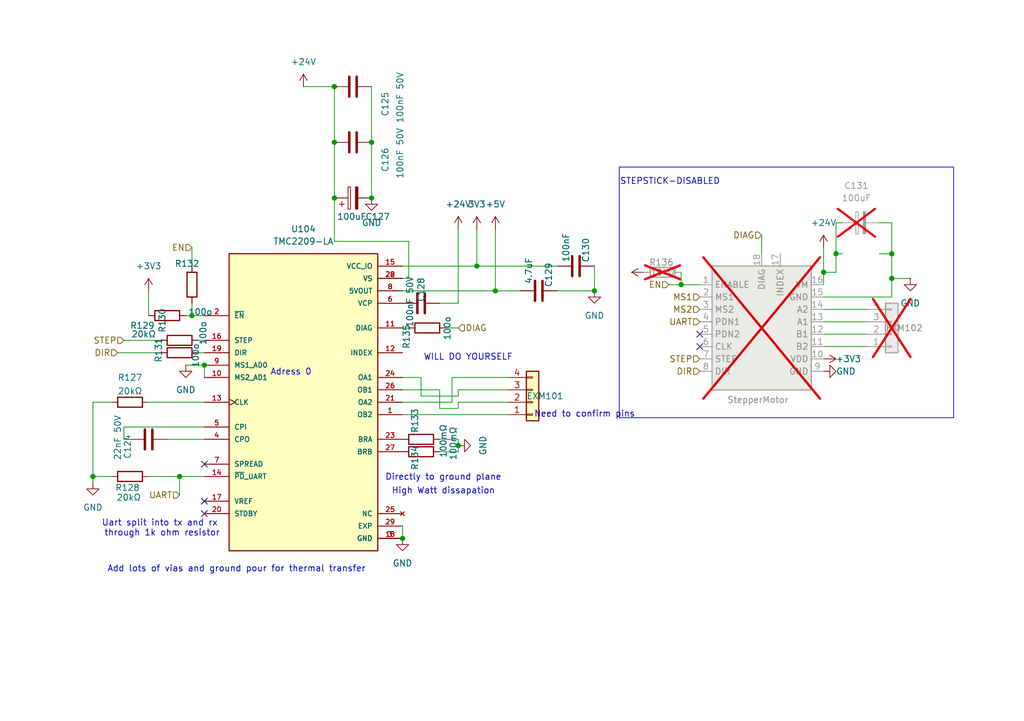
<source format=kicad_sch>
(kicad_sch (version 20250114) (generator "eeschema") (generator_version "9.0")
  (paper "A5")
  (lib_symbols
    (symbol "+3V3_1" (power) (pin_numbers (hide yes)) (pin_names (offset 0) (hide yes))
      (property "Value" "+3V3" (at 0 3.556 0))
      (symbol "+3V3_1_0_1"
        (polyline (pts (xy -0.762 1.27) (xy 0 2.54)))
        (polyline (pts (xy 0 2.54) (xy 0.762 1.27)))
        (polyline (pts (xy 0 0) (xy 0 2.54)))
      )
      (symbol "+3V3_1_1_1"
        (pin power_in line (at 0 0 90) (length 0) (name "~") (number "1"))
      )
    )
    (symbol "Connector_Generic:Conn_01x04" (pin_names (offset 1.016) (hide yes))
      (property "Reference" "J" (at 0 5.08 0))
      (property "Value" "Conn_01x04" (at 0 -7.62 0))
      (symbol "Conn_01x04_1_1"
        (rectangle (start -1.27 3.81) (end 1.27 -6.35) (stroke (width 0.254)) (fill (type background)))
        (rectangle (start -1.27 2.667) (end 0 2.413) (stroke (width 0.1524)))
        (rectangle (start -1.27 0.127) (end 0 -0.127) (stroke (width 0.1524)))
        (rectangle (start -1.27 -2.413) (end 0 -2.667) (stroke (width 0.1524)))
        (rectangle (start -1.27 -4.953) (end 0 -5.207) (stroke (width 0.1524)))
        (pin passive line (at -5.08 2.54 0) (length 3.81) (name "Pin_1") (number "1"))
        (pin passive line (at -5.08 0 0) (length 3.81) (name "Pin_2") (number "2"))
        (pin passive line (at -5.08 -2.54 0) (length 3.81) (name "Pin_3") (number "3"))
        (pin passive line (at -5.08 -5.08 0) (length 3.81) (name "Pin_4") (number "4"))
      )
    )
    (symbol "CustomSymbols:TMC2209 StepStick Breakout"
      (property "Reference" "M" (at 1.27 -3.81 0))
      (property "Value" "TMC2209 Breakout" (at 11.43 -7.62 0))
      (symbol "TMC2209 StepStick Breakout_0_1"
        (rectangle (start -7.62 16.51) (end 12.7 -8.89) (stroke (width 0.254)) (fill (type background)))
      )
      (symbol "TMC2209 StepStick Breakout_1_1"
        (pin input line (at -10.16 12.7 0) (length 2.54) (name "ENABLE") (number "1"))
        (pin input line (at -10.16 10.16 0) (length 2.54) (name "MS1") (number "2"))
        (pin input line (at -10.16 7.62 0) (length 2.54) (name "MS2") (number "3"))
        (pin output line (at -10.16 5.08 0) (length 2.54) (name "PDN1") (number "4"))
        (pin output line (at -10.16 2.54 0) (length 2.54) (name "PDN2") (number "5"))
        (pin input line (at -10.16 0 0) (length 2.54) (name "CLK") (number "6"))
        (pin input line (at -10.16 -2.54 0) (length 2.54) (name "STEP") (number "7"))
        (pin input line (at -10.16 -5.08 0) (length 2.54) (name "DIR") (number "8"))
        (pin output line (at 2.54 19.05 270) (length 2.54) (name "DIAG") (number "18"))
        (pin input line (at 6.35 19.05 270) (length 2.54) (name "INDEX") (number "17"))
        (pin input line (at 15.24 12.7 180) (length 2.54) (name "VM") (number "16"))
        (pin input line (at 15.24 10.16 180) (length 2.54) (name "GND") (number "15"))
        (pin output line (at 15.24 7.62 180) (length 2.54) (name "A2") (number "14"))
        (pin output line (at 15.24 5.08 180) (length 2.54) (name "A1") (number "13"))
        (pin output line (at 15.24 2.54 180) (length 2.54) (name "B1") (number "12"))
        (pin output line (at 15.24 0 180) (length 2.54) (name "B2") (number "11"))
        (pin input line (at 15.24 -2.54 180) (length 2.54) (name "VDD") (number "10"))
        (pin input line (at 15.24 -5.08 180) (length 2.54) (name "GND") (number "9"))
      )
    )
    (symbol "Device:C" (pin_numbers (hide yes)) (pin_names (offset 0.254))
      (property "Reference" "C" (at 0.635 2.54 0))
      (property "Value" "C" (at 0.635 -2.54 0))
      (symbol "C_0_1"
        (polyline (pts (xy -2.032 0.762) (xy 2.032 0.762)) (stroke (width 0.508)))
        (polyline (pts (xy -2.032 -0.762) (xy 2.032 -0.762)) (stroke (width 0.508)))
      )
      (symbol "C_1_1"
        (pin passive line (at 0 3.81 270) (length 2.794) (name "~") (number "1"))
        (pin passive line (at 0 -3.81 90) (length 2.794) (name "~") (number "2"))
      )
    )
    (symbol "Device:C_Polarized" (pin_numbers (hide yes)) (pin_names (offset 0.254))
      (property "Reference" "C" (at 0.635 2.54 0))
      (property "Value" "C_Polarized" (at 0.635 -2.54 0))
      (symbol "C_Polarized_0_1"
        (rectangle (start -2.286 0.508) (end 2.286 1.016))
        (polyline (pts (xy -1.778 2.286) (xy -0.762 2.286)))
        (polyline (pts (xy -1.27 2.794) (xy -1.27 1.778)))
        (rectangle (start 2.286 -0.508) (end -2.286 -1.016) (fill (type outline)))
      )
      (symbol "C_Polarized_1_1"
        (pin passive line (at 0 3.81 270) (length 2.794) (name "~") (number "1"))
        (pin passive line (at 0 -3.81 90) (length 2.794) (name "~") (number "2"))
      )
    )
    (symbol "Device:R" (pin_numbers (hide yes)) (pin_names (offset 0))
      (property "Reference" "R" (at 2.032 0 90))
      (property "Value" "R" (at 0 0 90))
      (symbol "R_0_1"
        (rectangle (start -1.016 -2.54) (end 1.016 2.54) (stroke (width 0.254)))
      )
      (symbol "R_1_1"
        (pin passive line (at 0 3.81 270) (length 1.27) (name "~") (number "1"))
        (pin passive line (at 0 -3.81 90) (length 1.27) (name "~") (number "2"))
      )
    )
    (symbol "GND_1" (power) (pin_numbers (hide yes)) (pin_names (offset 0) (hide yes))
      (property "Value" "GND" (at 0 -3.81 0))
      (symbol "GND_1_0_1"
        (polyline (pts (xy 0 0) (xy 0 -1.27) (xy 1.27 -1.27) (xy 0 -2.54) (xy -1.27 -1.27) (xy 0 -1.27)))
      )
      (symbol "GND_1_1_1"
        (pin power_in line (at 0 0 270) (length 0) (name "~") (number "1"))
      )
    )
    (symbol "GND_2" (power) (pin_numbers (hide yes)) (pin_names (offset 0) (hide yes))
      (property "Value" "GND" (at 0 -3.81 0))
      (symbol "GND_2_0_1"
        (polyline (pts (xy 0 0) (xy 0 -1.27) (xy 1.27 -1.27) (xy 0 -2.54) (xy -1.27 -1.27) (xy 0 -1.27)))
      )
      (symbol "GND_2_1_1"
        (pin power_in line (at 0 0 270) (length 0) (name "~") (number "1"))
      )
    )
    (symbol "GND_3" (power) (pin_numbers (hide yes)) (pin_names (offset 0) (hide yes))
      (property "Value" "GND" (at 0 -3.81 0))
      (symbol "GND_3_0_1"
        (polyline (pts (xy 0 0) (xy 0 -1.27) (xy 1.27 -1.27) (xy 0 -2.54) (xy -1.27 -1.27) (xy 0 -1.27)))
      )
      (symbol "GND_3_1_1"
        (pin power_in line (at 0 0 270) (length 0) (name "~") (number "1"))
      )
    )
    (symbol "GND_4" (power) (pin_numbers (hide yes)) (pin_names (offset 0) (hide yes))
      (property "Value" "GND" (at 0 -3.81 0))
      (symbol "GND_4_0_1"
        (polyline (pts (xy 0 0) (xy 0 -1.27) (xy 1.27 -1.27) (xy 0 -2.54) (xy -1.27 -1.27) (xy 0 -1.27)))
      )
      (symbol "GND_4_1_1"
        (pin power_in line (at 0 0 270) (length 0) (name "~") (number "1"))
      )
    )
    (symbol "GND_5" (power) (pin_numbers (hide yes)) (pin_names (offset 0) (hide yes))
      (property "Value" "GND" (at 0 -3.81 0))
      (symbol "GND_5_0_1"
        (polyline (pts (xy 0 0) (xy 0 -1.27) (xy 1.27 -1.27) (xy 0 -2.54) (xy -1.27 -1.27) (xy 0 -1.27)))
      )
      (symbol "GND_5_1_1"
        (pin power_in line (at 0 0 270) (length 0) (name "~") (number "1"))
      )
    )
    (symbol "GND_6" (power) (pin_numbers (hide yes)) (pin_names (offset 0) (hide yes))
      (property "Value" "GND" (at 0 -3.81 0))
      (symbol "GND_6_0_1"
        (polyline (pts (xy 0 0) (xy 0 -1.27) (xy 1.27 -1.27) (xy 0 -2.54) (xy -1.27 -1.27) (xy 0 -1.27)))
      )
      (symbol "GND_6_1_1"
        (pin power_in line (at 0 0 270) (length 0) (name "~") (number "1"))
      )
    )
    (symbol "GND_7" (power) (pin_numbers (hide yes)) (pin_names (offset 0) (hide yes))
      (property "Value" "GND" (at 0 -3.81 0))
      (symbol "GND_7_0_1"
        (polyline (pts (xy 0 0) (xy 0 -1.27) (xy 1.27 -1.27) (xy 0 -2.54) (xy -1.27 -1.27) (xy 0 -1.27)))
      )
      (symbol "GND_7_1_1"
        (pin power_in line (at 0 0 270) (length 0) (name "~") (number "1"))
      )
    )
    (symbol "TMC2209-LA:TMC2209-LA" (pin_names (offset 1.016))
      (property "Reference" "U" (at -15.24 30.48 0))
      (property "Value" "TMC2209-LA" (at -15.24 -33.02 0))
      (symbol "TMC2209-LA_0_0"
        (rectangle (start -15.24 -30.48) (end 15.24 30.48) (stroke (width 0.254)) (fill (type background)))
        (pin input line (at -20.32 17.78 0) (length 5.08) (name "~{EN}") (number "2"))
        (pin input line (at -20.32 12.7 0) (length 5.08) (name "STEP") (number "16"))
        (pin input line (at -20.32 10.16 0) (length 5.08) (name "DIR") (number "19"))
        (pin input line (at -20.32 7.62 0) (length 5.08) (name "MS1_AD0") (number "9"))
        (pin input line (at -20.32 5.08 0) (length 5.08) (name "MS2_AD1") (number "10"))
        (pin input clock (at -20.32 0 0) (length 5.08) (name "CLK") (number "13"))
        (pin input line (at -20.32 -5.08 0) (length 5.08) (name "CPI") (number "5"))
        (pin output line (at -20.32 -7.62 0) (length 5.08) (name "CPO") (number "4"))
        (pin input line (at -20.32 -12.7 0) (length 5.08) (name "SPREAD") (number "7"))
        (pin bidirectional line (at -20.32 -15.24 0) (length 5.08) (name "~{PD}_UART") (number "14"))
        (pin input line (at -20.32 -20.32 0) (length 5.08) (name "VREF") (number "17"))
        (pin input line (at -20.32 -22.86 0) (length 5.08) (name "STDBY") (number "20"))
        (pin power_in line (at 20.32 27.94 180) (length 5.08) (name "VCC_IO") (number "15"))
        (pin power_in line (at 20.32 25.4 180) (length 5.08) (name "VS") (number "22"))
        (pin power_in line (at 20.32 25.4 180) (length 5.08) (name "VS") (number "28"))
        (pin power_in line (at 20.32 22.86 180) (length 5.08) (name "5VOUT") (number "8"))
        (pin power_in line (at 20.32 20.32 180) (length 5.08) (name "VCP") (number "6"))
        (pin output line (at 20.32 15.24 180) (length 5.08) (name "DIAG") (number "11"))
        (pin output line (at 20.32 10.16 180) (length 5.08) (name "INDEX") (number "12"))
        (pin output line (at 20.32 5.08 180) (length 5.08) (name "OA1") (number "24"))
        (pin output line (at 20.32 2.54 180) (length 5.08) (name "OB1") (number "26"))
        (pin output line (at 20.32 0 180) (length 5.08) (name "OA2") (number "21"))
        (pin output line (at 20.32 -2.54 180) (length 5.08) (name "OB2") (number "1"))
        (pin bidirectional line (at 20.32 -7.62 180) (length 5.08) (name "BRA") (number "23"))
        (pin bidirectional line (at 20.32 -10.16 180) (length 5.08) (name "BRB") (number "27"))
        (pin no_connect line (at 20.32 -22.86 180) (length 5.08) (name "NC") (number "25"))
        (pin power_in line (at 20.32 -25.4 180) (length 5.08) (name "EXP") (number "29"))
        (pin power_in line (at 20.32 -27.94 180) (length 5.08) (name "GND") (number "18"))
        (pin power_in line (at 20.32 -27.94 180) (length 5.08) (name "GND") (number "3"))
      )
    )
    (symbol "power:+24V" (power) (pin_numbers (hide yes)) (pin_names (offset 0) (hide yes))
      (property "Value" "+24V" (at 0 3.556 0))
      (symbol "+24V_0_1"
        (polyline (pts (xy -0.762 1.27) (xy 0 2.54)))
        (polyline (pts (xy 0 2.54) (xy 0.762 1.27)))
        (polyline (pts (xy 0 0) (xy 0 2.54)))
      )
      (symbol "+24V_1_1"
        (pin power_in line (at 0 0 90) (length 0) (name "~") (number "1"))
      )
    )
    (symbol "power:+3V3" (power) (pin_names (offset 0))
      (property "Value" "+3V3" (at 0 3.556 0))
      (symbol "+3V3_0_1"
        (polyline (pts (xy -0.762 1.27) (xy 0 2.54)))
        (polyline (pts (xy 0 2.54) (xy 0.762 1.27)))
        (polyline (pts (xy 0 0) (xy 0 2.54)))
      )
      (symbol "+3V3_1_1"
        (pin power_in line (at 0 0 90) (length 0) (hide yes) (name "+3V3") (number "1"))
      )
    )
    (symbol "power:+5V" (power) (pin_numbers (hide yes)) (pin_names (offset 0) (hide yes))
      (property "Value" "+5V" (at 0 3.556 0))
      (symbol "+5V_0_1"
        (polyline (pts (xy -0.762 1.27) (xy 0 2.54)))
        (polyline (pts (xy 0 2.54) (xy 0.762 1.27)))
        (polyline (pts (xy 0 0) (xy 0 2.54)))
      )
      (symbol "+5V_1_1"
        (pin power_in line (at 0 0 90) (length 0) (name "~") (number "1"))
      )
    )
    (symbol "power:GND" (power) (pin_names (offset 0))
      (property "Value" "GND" (at 0 -3.81 0))
      (symbol "GND_0_1"
        (polyline (pts (xy 0 0) (xy 0 -1.27) (xy 1.27 -1.27) (xy 0 -2.54) (xy -1.27 -1.27) (xy 0 -1.27)))
      )
      (symbol "GND_1_1"
        (pin power_in line (at 0 0 270) (length 0) (hide yes) (name "GND") (number "1"))
      )
    )
  )
  (rectangle (start 127 34.29) (end 195.58 85.725))
  (text "Need to confirm pins" (at 119.888 85.09 0) (effects (font (size 1.27 1.27) (thickness 0.1588))))
  (text "WILL DO YOURSELF" (at 96.012 73.406 0) (effects (font (size 1.27 1.27))))
  (text "High Watt dissapation" (at 90.932 100.838 0) (effects (font (size 1.27 1.27) (thickness 0.1588))))
  (text "STEPSTICK-DISABLED" (at 137.414 37.338 0) (effects (font (size 1.27 1.27))))
  (text "Adress 0" (at 59.69 76.454 0) (effects (font (size 1.27 1.27))))
  (text "Directly to ground plane" (at 90.932 98.044 0) (effects (font (size 1.27 1.27) (thickness 0.1588))))
  (text "Uart split into tx and rx\n through 1k ohm resistor" (at 32.766 108.458 0) (effects (font (size 1.27 1.27))))
  (text "Add lots of vias and ground pour for thermal transfer" (at 48.514 116.84 0) (effects (font (size 1.27 1.27) (thickness 0.1588))))
  (junction (at 39.37 64.77))
  (junction (at 76.2 40.64))
  (junction (at 68.58 40.64))
  (junction (at 139.7 58.42))
  (junction (at 121.92 59.69))
  (junction (at 182.88 57.15))
  (junction (at 68.58 17.78))
  (junction (at 19.05 97.79))
  (junction (at 41.91 74.93))
  (junction (at 82.55 110.49))
  (junction (at 68.58 29.21))
  (junction (at 97.79 54.61))
  (junction (at 93.98 91.44))
  (junction (at 182.88 52.07))
  (junction (at 171.45 52.07))
  (junction (at 76.2 29.21))
  (junction (at 36.83 97.79))
  (junction (at 168.91 55.88))
  (junction (at 101.6 59.69))
  (no_connect (at 41.91 102.87))
  (no_connect (at 41.91 105.41))
  (no_connect (at 41.91 95.25))
  (no_connect (at 143.51 68.58))
  (no_connect (at 143.51 71.12))
  (wire (pts (xy 39.37 64.77) (xy 41.91 64.77)))
  (wire (pts (xy 93.98 91.44) (xy 93.98 92.71)))
  (wire (pts (xy 139.7 58.42) (xy 143.51 58.42)))
  (wire (pts (xy 91.44 67.31) (xy 93.98 67.31)))
  (wire (pts (xy 82.55 85.09) (xy 104.14 85.09)))
  (wire (pts (xy 19.05 82.55) (xy 19.05 97.79)))
  (wire (pts (xy 114.3 59.69) (xy 121.92 59.69)))
  (wire (pts (xy 82.55 107.95) (xy 82.55 110.49)))
  (wire (pts (xy 168.91 66.04) (xy 177.8 66.04)))
  (wire (pts (xy 40.64 69.85) (xy 41.91 69.85)))
  (wire (pts (xy 101.6 46.99) (xy 101.6 59.69)))
  (wire (pts (xy 182.88 60.96) (xy 168.91 60.96)))
  (wire (pts (xy 172.72 45.72) (xy 171.45 45.72)))
  (wire (pts (xy 68.58 17.78) (xy 68.58 29.21)))
  (wire (pts (xy 36.83 97.79) (xy 41.91 97.79)))
  (wire (pts (xy 168.91 50.8) (xy 168.91 55.88)))
  (wire (pts (xy 97.79 46.99) (xy 97.79 54.61)))
  (wire (pts (xy 82.55 59.69) (xy 101.6 59.69)))
  (wire (pts (xy 30.48 97.79) (xy 36.83 97.79)))
  (wire (pts (xy 101.6 59.69) (xy 106.68 59.69)))
  (wire (pts (xy 97.79 54.61) (xy 82.55 54.61)))
  (wire (pts (xy 82.55 82.55) (xy 92.71 82.55)))
  (wire (pts (xy 182.88 45.72) (xy 180.34 45.72)))
  (wire (pts (xy 38.1 64.77) (xy 39.37 64.77)))
  (wire (pts (xy 25.4 90.17) (xy 26.67 90.17)))
  (wire (pts (xy 19.05 97.79) (xy 19.05 99.06)))
  (wire (pts (xy 90.17 83.82) (xy 93.98 83.82)))
  (wire (pts (xy 168.91 63.5) (xy 177.8 63.5)))
  (wire (pts (xy 93.98 80.01) (xy 104.14 80.01)))
  (wire (pts (xy 40.64 72.39) (xy 41.91 72.39)))
  (wire (pts (xy 25.4 69.85) (xy 33.02 69.85)))
  (wire (pts (xy 168.91 71.12) (xy 177.8 71.12)))
  (wire (pts (xy 83.82 49.53) (xy 68.58 49.53)))
  (wire (pts (xy 139.7 55.88) (xy 139.7 58.42)))
  (wire (pts (xy 25.4 87.63) (xy 25.4 90.17)))
  (wire (pts (xy 36.83 97.79) (xy 36.83 101.6)))
  (wire (pts (xy 93.98 46.99) (xy 93.98 62.23)))
  (wire (pts (xy 34.29 90.17) (xy 41.91 90.17)))
  (wire (pts (xy 182.88 57.15) (xy 186.69 57.15)))
  (wire (pts (xy 182.88 52.07) (xy 182.88 57.15)))
  (wire (pts (xy 76.2 17.78) (xy 76.2 29.21)))
  (wire (pts (xy 68.58 49.53) (xy 68.58 40.64)))
  (wire (pts (xy 41.91 74.93) (xy 38.1 74.93)))
  (wire (pts (xy 83.82 57.15) (xy 83.82 49.53)))
  (wire (pts (xy 82.55 77.47) (xy 86.36 77.47)))
  (wire (pts (xy 90.17 90.17) (xy 93.98 90.17)))
  (wire (pts (xy 39.37 50.8) (xy 39.37 54.61)))
  (wire (pts (xy 182.88 45.72) (xy 182.88 52.07)))
  (wire (pts (xy 39.37 62.23) (xy 39.37 64.77)))
  (wire (pts (xy 22.86 82.55) (xy 19.05 82.55)))
  (wire (pts (xy 30.48 59.69) (xy 30.48 64.77)))
  (wire (pts (xy 93.98 90.17) (xy 93.98 91.44)))
  (wire (pts (xy 24.13 72.39) (xy 33.02 72.39)))
  (wire (pts (xy 76.2 29.21) (xy 76.2 40.64)))
  (wire (pts (xy 171.45 45.72) (xy 171.45 52.07)))
  (wire (pts (xy 86.36 77.47) (xy 86.36 81.28)))
  (wire (pts (xy 68.58 29.21) (xy 68.58 40.64)))
  (wire (pts (xy 171.45 55.88) (xy 168.91 55.88)))
  (wire (pts (xy 171.45 52.07) (xy 171.45 55.88)))
  (wire (pts (xy 172.72 52.07) (xy 171.45 52.07)))
  (wire (pts (xy 168.91 55.88) (xy 168.91 58.42)))
  (wire (pts (xy 93.98 81.28) (xy 93.98 80.01)))
  (wire (pts (xy 93.98 82.55) (xy 104.14 82.55)))
  (wire (pts (xy 92.71 82.55) (xy 92.71 77.47)))
  (wire (pts (xy 41.91 74.93) (xy 41.91 77.47)))
  (wire (pts (xy 19.05 97.79) (xy 22.86 97.79)))
  (wire (pts (xy 182.88 57.15) (xy 182.88 60.96)))
  (wire (pts (xy 92.71 77.47) (xy 104.14 77.47)))
  (wire (pts (xy 156.21 48.26) (xy 156.21 52.07)))
  (wire (pts (xy 93.98 83.82) (xy 93.98 82.55)))
  (wire (pts (xy 90.17 80.01) (xy 90.17 83.82)))
  (wire (pts (xy 93.98 92.71) (xy 90.17 92.71)))
  (wire (pts (xy 82.55 80.01) (xy 90.17 80.01)))
  (wire (pts (xy 121.92 54.61) (xy 121.92 59.69)))
  (wire (pts (xy 114.3 54.61) (xy 97.79 54.61)))
  (wire (pts (xy 180.34 52.07) (xy 182.88 52.07)))
  (wire (pts (xy 83.82 67.31) (xy 82.55 67.31)))
  (wire (pts (xy 86.36 81.28) (xy 93.98 81.28)))
  (wire (pts (xy 62.23 17.78) (xy 68.58 17.78)))
  (wire (pts (xy 168.91 68.58) (xy 177.8 68.58)))
  (wire (pts (xy 41.91 87.63) (xy 25.4 87.63)))
  (wire (pts (xy 30.48 82.55) (xy 41.91 82.55)))
  (wire (pts (xy 93.98 62.23) (xy 90.17 62.23)))
  (wire (pts (xy 137.16 58.42) (xy 139.7 58.42)))
  (wire (pts (xy 82.55 57.15) (xy 83.82 57.15)))
  (hierarchical_label "DIAG" (shape input) (at 156.21 48.26 180))
  (hierarchical_label "STEP" (shape input) (at 25.4 69.85 180))
  (hierarchical_label "DIR" (shape input) (at 24.13 72.39 180))
  (hierarchical_label "UART" (shape input) (at 143.51 66.04 180))
  (hierarchical_label "EN" (shape input) (at 137.16 58.42 180))
  (hierarchical_label "EN" (shape input) (at 39.37 50.8 180))
  (hierarchical_label "STEP" (shape input) (at 143.51 73.66 180))
  (hierarchical_label "MS2" (shape input) (at 143.51 63.5 180))
  (hierarchical_label "UART" (shape input) (at 36.83 101.6 180))
  (hierarchical_label "DIAG" (shape input) (at 93.98 67.31 0))
  (hierarchical_label "MS1" (shape input) (at 143.51 60.96 180))
  (hierarchical_label "DIR" (shape input) (at 143.51 76.2 180))
  (symbol (lib_id "Device:C_Polarized") (at 72.39 40.64 90) (unit 1)
    (property "Reference" "C127" (at 77.47 44.45 90))
    (property "Value" "100uF" (at 72.136 44.45 90))
    (property "Footprint" "Capacitor_SMD:CP_Elec_8x10" (effects (hide yes)))
    (property "Description" "Polarized capacitor" (effects (hide yes)))
  )
  (symbol (lib_id "Device:R") (at 86.36 90.17 90) (unit 1)
    (property "Reference" "R133" (at 85.09 88.9 0) (effects (justify left)))
    (property "Value" "100mΩ" (at 90.932 93.98 0) (effects (justify left)))
    (property "Footprint" "Resistor_SMD:R_1206_3216Metric" (effects (hide yes)))
    (property "Description" "Resistor" (effects (hide yes)))
  )
  (symbol (lib_id "power:+24V") (at 168.91 50.8 0) (unit 1)
    (property "Reference" "#PWR0165" (effects (hide yes)))
    (property "Value" "+24V" (at 168.91 45.72 0))
    (property "Description" "Power symbol creates a global label with name \"+24V\"" (effects (hide yes)))
  )
  (symbol (lib_id "Device:R") (at 87.63 67.31 90) (unit 1)
    (property "Reference" "R135" (at 83.3634 71.6404 0) (effects (justify left)))
    (property "Value" "100o" (at 91.7454 69.8624 0) (effects (justify left)))
    (property "Footprint" "Resistor_SMD:R_0402_1005Metric" (effects (hide yes)))
    (property "Description" "Resistor" (effects (hide yes)))
  )
  (symbol (lib_id "Connector_Generic:Conn_01x04") (at 182.88 68.58 0) (mirror x) (unit 1) (exclude_from_sim yes) (in_bom no) (on_board no) (dnp yes)
    (property "Reference" "EXM102" (at 181.61 67.31 0) (effects (justify left)))
    (property "Value" "Conn_01x04" (effects (hide yes)))
    (property "Footprint" "Connector_JST:JST_XH_B4B-XH-A_1x04_P2.50mm_Vertical" (effects (hide yes)))
  )
  (symbol (lib_id "Device:R") (at 26.67 82.55 90) (unit 1)
    (property "Reference" "R127" (at 26.67 77.47 90))
    (property "Value" "20kΩ" (at 26.67 80.264 90))
    (property "Footprint" "Resistor_SMD:R_0402_1005Metric" (effects (hide yes)))
    (property "Description" "Resistor" (effects (hide yes)))
  )
  (symbol (lib_id "power:+24V") (at 62.23 17.78 0) (unit 1)
    (property "Reference" "#PWR0156" (effects (hide yes)))
    (property "Value" "+24V" (at 62.23 12.7 0))
    (property "Description" "Power symbol creates a global label with name \"+24V\"" (effects (hide yes)))
  )
  (symbol (lib_name "GND_3") (lib_id "power:GND") (at 38.1 74.93 0) (unit 1)
    (property "Reference" "#PWR0155" (effects (hide yes)))
    (property "Value" "GND" (at 38.1 80.01 0))
    (property "Description" "Power symbol creates a global label with name \"GND\" , ground" (effects (hide yes)))
  )
  (symbol (lib_name "GND_2") (lib_id "power:GND") (at 93.98 91.44 90) (unit 1)
    (property "Reference" "#PWR0160" (effects (hide yes)))
    (property "Value" "GND" (at 99.06 91.44 0))
    (property "Description" "Power symbol creates a global label with name \"GND\" , ground" (effects (hide yes)))
  )
  (symbol (lib_name "GND_5") (lib_id "power:GND") (at 121.92 59.69 0) (unit 1)
    (property "Reference" "#PWR0163" (effects (hide yes)))
    (property "Value" "GND" (at 121.92 64.77 0))
    (property "Description" "Power symbol creates a global label with name \"GND\" , ground" (effects (hide yes)))
  )
  (symbol (lib_id "power:+24V") (at 93.98 46.99 0) (unit 1)
    (property "Reference" "#PWR0159" (effects (hide yes)))
    (property "Value" "+24V" (at 93.98 41.91 0))
    (property "Description" "Power symbol creates a global label with name \"+24V\"" (effects (hide yes)))
  )
  (symbol (lib_id "CustomSymbols:TMC2209 StepStick Breakout") (at 153.67 71.12 0) (unit 1) (exclude_from_sim yes) (in_bom no) (on_board no) (dnp yes)
    (property "Reference" "M101" (effects (hide yes)))
    (property "Value" "StepperMotor" (at 155.448 82.042 0))
    (property "Footprint" "OpenA1K:TMC2209 Footprint" (effects (hide yes)))
  )
  (symbol (lib_name "+3V3_1") (lib_id "power:+3V3") (at 30.48 59.69 0) (unit 1)
    (property "Reference" "#PWR0154" (effects (hide yes)))
    (property "Value" "+3V3" (at 30.48 54.61 0))
    (property "Description" "Power symbol creates a global label with name \"+3V3\"" (effects (hide yes)))
  )
  (symbol (lib_id "Device:C") (at 110.49 59.69 270) (unit 1)
    (property "Reference" "C129" (at 112.522 53.848 0) (effects (justify left)))
    (property "Value" "4.7uF" (at 108.458 52.832 0) (effects (justify left)))
    (property "Footprint" "Capacitor_SMD:C_0603_1608Metric" (effects (hide yes)))
    (property "Description" "Unpolarized capacitor" (effects (hide yes)))
  )
  (symbol (lib_id "Device:C_Polarized") (at 176.53 45.72 90) (unit 1) (exclude_from_sim yes) (in_bom no) (on_board no) (dnp yes)
    (property "Reference" "C131" (at 175.641 38.1 90))
    (property "Value" "100uF" (at 175.641 40.64 90))
    (property "Footprint" "Capacitor_SMD:CP_Elec_8x10" (effects (hide yes)))
    (property "Description" "Polarized capacitor" (effects (hide yes)))
  )
  (symbol (lib_id "Device:C") (at 118.11 54.61 270) (unit 1)
    (property "Reference" "C130" (at 120.142 48.768 0) (effects (justify left)))
    (property "Value" "100nF" (at 116.078 47.752 0) (effects (justify left)))
    (property "Footprint" "Capacitor_SMD:C_0402_1005Metric" (effects (hide yes)))
    (property "Description" "Unpolarized capacitor" (effects (hide yes)))
  )
  (symbol (lib_name "GND_7") (lib_id "power:GND") (at 76.2 40.64 0) (unit 1)
    (property "Reference" "#PWR0157" (effects (hide yes)))
    (property "Value" "GND" (at 76.2 45.72 0))
    (property "Description" "Power symbol creates a global label with name \"GND\" , ground" (effects (hide yes)))
  )
  (symbol (lib_id "Connector_Generic:Conn_01x04") (at 109.22 82.55 0) (mirror x) (unit 1) (in_bom no)
    (property "Reference" "EXM101" (at 107.95 81.28 0) (effects (justify left)))
    (property "Value" "Conn_01x04" (effects (hide yes)))
    (property "Footprint" "Connector_JST:JST_XH_B4B-XH-A_1x04_P2.50mm_Vertical" (effects (hide yes)))
  )
  (symbol (lib_id "Device:R") (at 135.89 55.88 270) (unit 1) (exclude_from_sim yes) (in_bom no) (on_board no) (dnp yes)
    (property "Reference" "R136" (at 133.096 53.848 90) (effects (justify left)))
    (property "Value" "10kΩ" (at 133.35 55.88 90) (effects (justify left)))
    (property "Footprint" "Resistor_THT:R_Axial_DIN0207_L6.3mm_D2.5mm_P10.16mm_Horizontal" (effects (hide yes)))
  )
  (symbol (lib_id "Device:C") (at 72.39 17.78 270) (unit 1)
    (property "Reference" "C125" (at 78.994 18.796 0) (effects (justify left)))
    (property "Value" "100nF 50V" (at 82.042 14.732 0) (effects (justify left)))
    (property "Footprint" "Capacitor_SMD:C_0603_1608Metric" (effects (hide yes)))
    (property "Description" "Unpolarized capacitor" (effects (hide yes)))
  )
  (symbol (lib_id "Device:C") (at 72.39 29.21 270) (unit 1)
    (property "Reference" "C126" (at 78.994 30.226 0) (effects (justify left)))
    (property "Value" "100nF 50V" (at 82.042 26.162 0) (effects (justify left)))
    (property "Footprint" "Capacitor_SMD:C_0603_1608Metric" (effects (hide yes)))
    (property "Description" "Unpolarized capacitor" (effects (hide yes)))
  )
  (symbol (lib_id "power:GND") (at 168.91 76.2 90) (unit 1)
    (property "Reference" "#PWR0167" (effects (hide yes)))
    (property "Value" "GND" (at 173.482 76.2 90))
  )
  (symbol (lib_id "Device:C") (at 86.36 62.23 270) (unit 1)
    (property "Reference" "C128" (at 86.36 56.896 0) (effects (justify left)))
    (property "Value" "100nF 50V" (at 84.074 56.642 0) (effects (justify left)))
    (property "Footprint" "Capacitor_SMD:C_0603_1608Metric" (effects (hide yes)))
    (property "Description" "Unpolarized capacitor" (effects (hide yes)))
  )
  (symbol (lib_id "Device:R") (at 34.29 64.77 90) (unit 1)
    (property "Reference" "R129" (at 29.21 66.802 90))
    (property "Value" "20kΩ" (at 29.464 68.58 90))
    (property "Footprint" "Resistor_SMD:R_0402_1005Metric" (effects (hide yes)))
    (property "Description" "Resistor" (effects (hide yes)))
  )
  (symbol (lib_id "Device:R") (at 26.67 97.79 90) (unit 1)
    (property "Reference" "R128" (at 26.162 100.076 90))
    (property "Value" "20kΩ" (at 26.416 102.108 90))
    (property "Footprint" "Resistor_SMD:R_0402_1005Metric" (effects (hide yes)))
    (property "Description" "Resistor" (effects (hide yes)))
  )
  (symbol (lib_id "Device:R") (at 36.83 72.39 90) (unit 1)
    (property "Reference" "R131" (at 32.512 74.422 0) (effects (justify left)))
    (property "Value" "100o" (at 40.132 75.438 0) (effects (justify left)))
    (property "Footprint" "Resistor_SMD:R_0402_1005Metric" (effects (hide yes)))
    (property "Description" "Resistor" (effects (hide yes)))
  )
  (symbol (lib_id "Device:R") (at 39.37 58.42 0) (unit 1)
    (property "Reference" "R132" (at 35.814 54.102 0) (effects (justify left)))
    (property "Value" "100o" (at 38.608 64.008 0) (effects (justify left)))
    (property "Footprint" "Resistor_SMD:R_0402_1005Metric" (effects (hide yes)))
    (property "Description" "Resistor" (effects (hide yes)))
  )
  (symbol (lib_id "Device:R") (at 36.83 69.85 90) (unit 1)
    (property "Reference" "R130" (at 33.274 68.326 0) (effects (justify left)))
    (property "Value" "100o" (at 41.656 70.866 0) (effects (justify left)))
    (property "Footprint" "Resistor_SMD:R_0402_1005Metric" (effects (hide yes)))
    (property "Description" "Resistor" (effects (hide yes)))
  )
  (symbol (lib_id "power:+3V3") (at 168.91 73.66 270) (unit 1)
    (property "Reference" "#PWR0166" (effects (hide yes)))
    (property "Value" "+3V3" (at 173.99 73.66 90))
  )
  (symbol (lib_id "TMC2209-LA:TMC2209-LA") (at 62.23 82.55 0) (unit 1)
    (property "Reference" "U104" (at 62.23 46.99 0))
    (property "Value" "TMC2209-LA" (at 62.23 49.53 0))
    (property "Footprint" "A1KLibrary:TMC2209-LA-FOOTPRINT" (effects (hide yes)))
    (property "MF" "Analog Devices" (effects (hide yes)))
    (property "MAXIMUM_PACKAGE_HEIGHT" "0.90mm" (effects (hide yes)))
    (property "Package" "None" (effects (hide yes)))
    (property "Price" "None" (effects (hide yes)))
    (property "Check_prices" "https://www.snapeda.com/parts/TMC2209-LA/Analog+Devices/view-part/?ref=eda" (effects (hide yes)))
    (property "STANDARD" "IPC-7351B" (effects (hide yes)))
    (property "PARTREV" "1.08" (effects (hide yes)))
    (property "SnapEDA_Link" "https://www.snapeda.com/parts/TMC2209-LA/Analog+Devices/view-part/?ref=snap" (effects (hide yes)))
    (property "MP" "TMC2209-LA" (effects (hide yes)))
    (property "Description_1" "Bipolar Motor Driver Power MOSFET Step/Direction, UART 28-QFN (5x5)" (effects (hide yes)))
    (property "MANUFACTURER" "Trinamic" (effects (hide yes)))
    (property "Availability" "In Stock" (effects (hide yes)))
    (property "SNAPEDA_PN" "TMC2209-LA" (effects (hide yes)))
  )
  (symbol (lib_id "Device:R") (at 86.36 92.71 90) (unit 1)
    (property "Reference" "R134" (at 85.09 96.52 0) (effects (justify left)))
    (property "Value" "100mΩ" (at 92.964 94.488 0) (effects (justify left)))
    (property "Footprint" "Resistor_SMD:R_1206_3216Metric" (effects (hide yes)))
    (property "Description" "Resistor" (effects (hide yes)))
  )
  (symbol (lib_id "power:+5V") (at 101.6 46.99 0) (unit 1)
    (property "Reference" "#PWR0162" (effects (hide yes)))
    (property "Value" "+5V" (at 101.6 41.91 0))
    (property "Description" "Power symbol creates a global label with name \"+5V\"" (effects (hide yes)))
  )
  (symbol (lib_id "power:+3V3") (at 132.08 55.88 90) (unit 1)
    (property "Reference" "#PWR0164" (effects (hide yes)))
    (property "Value" "+3V3" (effects (hide yes)))
  )
  (symbol (lib_name "GND_1") (lib_id "power:GND") (at 186.69 57.15 0) (unit 1)
    (property "Reference" "#PWR0168" (effects (hide yes)))
    (property "Value" "GND" (at 186.69 62.23 0))
    (property "Description" "Power symbol creates a global label with name \"GND\" , ground" (effects (hide yes)))
  )
  (symbol (lib_name "GND_6") (lib_id "power:GND") (at 82.55 110.49 0) (unit 1)
    (property "Reference" "#PWR0158" (effects (hide yes)))
    (property "Value" "GND" (at 82.55 115.57 0))
    (property "Description" "Power symbol creates a global label with name \"GND\" , ground" (effects (hide yes)))
  )
  (symbol (lib_id "Device:C") (at 30.48 90.17 90) (unit 1)
    (property "Reference" "C124" (at 26.162 94.234 0) (effects (justify left)))
    (property "Value" "22nF 50V" (at 24.13 94.488 0) (effects (justify left)))
    (property "Footprint" "Capacitor_SMD:C_0603_1608Metric" (effects (hide yes)))
    (property "Description" "Unpolarized capacitor" (effects (hide yes)))
  )
  (symbol (lib_name "GND_4") (lib_id "power:GND") (at 19.05 99.06 0) (unit 1)
    (property "Reference" "#PWR0153" (effects (hide yes)))
    (property "Value" "GND" (at 19.05 104.14 0))
    (property "Description" "Power symbol creates a global label with name \"GND\" , ground" (effects (hide yes)))
  )
  (symbol (lib_id "power:+5V") (at 97.79 46.99 0) (unit 1)
    (property "Reference" "#PWR0161" (effects (hide yes)))
    (property "Value" "3V3" (at 97.79 41.91 0))
    (property "Description" "Power symbol creates a global label with name \"+5V\"" (effects (hide yes)))
  )
)
</source>
